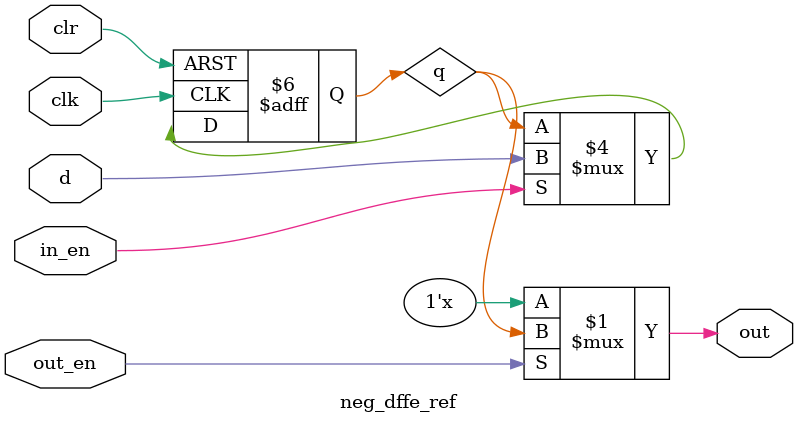
<source format=v>
module neg_dffe_ref (out,d,clk,in_en,out_en,clr);
   
   //Inputs
   input d, clk, in_en, out_en, clr;
   
   //Output
   output out;
   //tri-state buffer. two outs, one for each read port;
   assign out = out_en ? q:1'bz;

   //Register
   reg q;

   //Intialize q to 0
   initial
   begin
       q = 1'b0;
   end

   //Set value of q on positive edge of the clock or clear
   always @(negedge clk or posedge clr) begin
       //If clear is high, set q to 0
       if (clr) begin
           q <= 1'b0;
       //If enable is high, set q to the value of d
       end else if (in_en) begin
           q <= d;
       end
   end
endmodule
</source>
